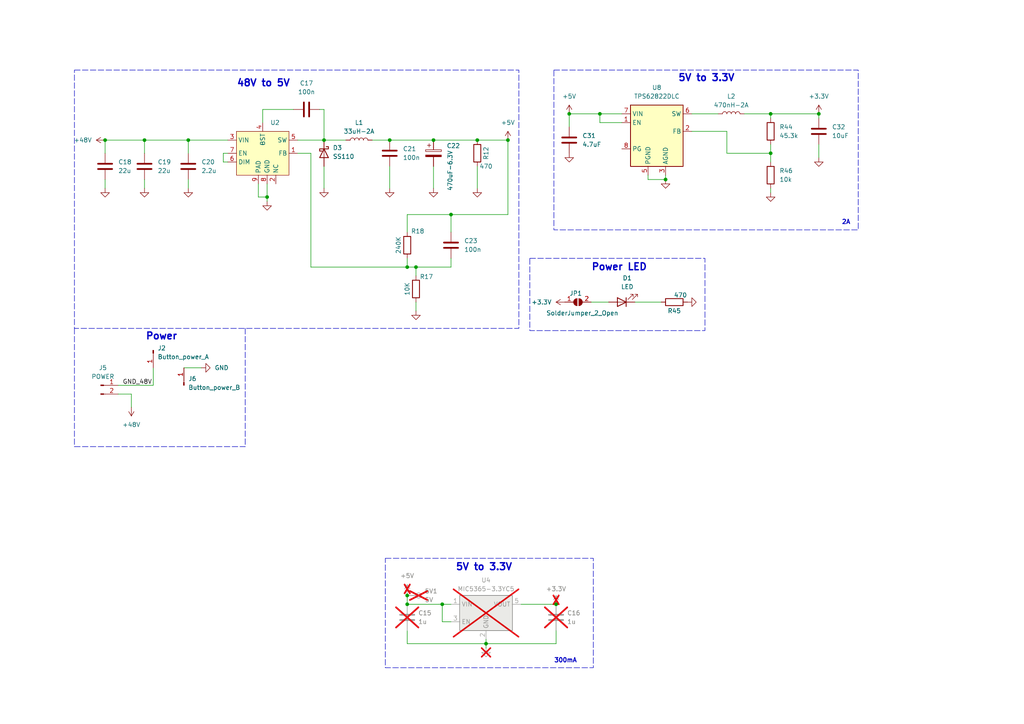
<source format=kicad_sch>
(kicad_sch (version 20231120) (generator "eeschema") (generator_version "8.0")
  (paper "A4")
  (lib_symbols
    (symbol "+3.3V_1" (power) (pin_numbers hide) (pin_names (offset 0) hide)
      (property "Value" "+3.3V" (at 0 3.556 0))
      (symbol "+3.3V_1_0_1"
        (polyline (pts (xy -0.762 1.27) (xy 0 2.54)))
        (polyline (pts (xy 0 0) (xy 0 2.54)))
        (polyline (pts (xy 0 2.54) (xy 0.762 1.27)))
      )
      (symbol "+3.3V_1_1_1"
        (pin power_in line (at 0 0 90) (length 0) (name "~") (number "1"))
      )
    )
    (symbol "+5V_1" (power) (pin_numbers hide) (pin_names (offset 0) hide)
      (property "Value" "+5V" (at 0 3.556 0))
      (symbol "+5V_1_0_1"
        (polyline (pts (xy -0.762 1.27) (xy 0 2.54)))
        (polyline (pts (xy 0 0) (xy 0 2.54)))
        (polyline (pts (xy 0 2.54) (xy 0.762 1.27)))
      )
      (symbol "+5V_1_1_1"
        (pin power_in line (at 0 0 90) (length 0) (name "~") (number "1"))
      )
    )
    (symbol "Connector:Conn_01x01_Pin" (pin_names (offset 1.016) hide)
      (property "Reference" "J" (at 0 2.54 0))
      (property "Value" "Conn_01x01_Pin" (at 0 -2.54 0))
      (symbol "Conn_01x01_Pin_1_1"
        (polyline (pts (xy 1.27 0) (xy 0.8636 0)) (stroke (width 0.1524)))
        (rectangle (start 0.8636 0.127) (end 0 -0.127) (stroke (width 0.1524)) (fill (type outline)))
        (pin passive line (at 5.08 0 180) (length 3.81) (name "Pin_1") (number "1"))
      )
    )
    (symbol "Connector:Conn_01x02_Pin" (pin_names (offset 1.016) hide)
      (property "Reference" "J" (at 0 2.54 0))
      (property "Value" "Conn_01x02_Pin" (at 0 -5.08 0))
      (symbol "Conn_01x02_Pin_1_1"
        (polyline (pts (xy 1.27 -2.54) (xy 0.8636 -2.54)) (stroke (width 0.1524)))
        (polyline (pts (xy 1.27 0) (xy 0.8636 0)) (stroke (width 0.1524)))
        (rectangle (start 0.8636 -2.413) (end 0 -2.667) (stroke (width 0.1524)) (fill (type outline)))
        (rectangle (start 0.8636 0.127) (end 0 -0.127) (stroke (width 0.1524)) (fill (type outline)))
        (pin passive line (at 5.08 0 180) (length 3.81) (name "Pin_1") (number "1"))
        (pin passive line (at 5.08 -2.54 180) (length 3.81) (name "Pin_2") (number "2"))
      )
    )
    (symbol "Connector:TestPoint" (pin_numbers hide) (pin_names (offset 0.762) hide)
      (property "Reference" "TP" (at 0 6.858 0))
      (property "Value" "TestPoint" (at 0 5.08 0))
      (symbol "TestPoint_0_1"
        (circle (center 0 3.302) (radius 0.762))
      )
      (symbol "TestPoint_1_1"
        (pin passive line (at 0 0 90) (length 2.54) (name "1") (number "1"))
      )
    )
    (symbol "Device:C" (pin_numbers hide) (pin_names (offset 0.254))
      (property "Reference" "C" (at 0.635 2.54 0))
      (property "Value" "C" (at 0.635 -2.54 0))
      (symbol "C_0_1"
        (polyline (pts (xy -2.032 -0.762) (xy 2.032 -0.762)) (stroke (width 0.508)))
        (polyline (pts (xy -2.032 0.762) (xy 2.032 0.762)) (stroke (width 0.508)))
      )
      (symbol "C_1_1"
        (pin passive line (at 0 3.81 270) (length 2.794) (name "~") (number "1"))
        (pin passive line (at 0 -3.81 90) (length 2.794) (name "~") (number "2"))
      )
    )
    (symbol "Device:C_Polarized" (pin_numbers hide) (pin_names (offset 0.254))
      (property "Reference" "C" (at 0.635 2.54 0))
      (property "Value" "C_Polarized" (at 0.635 -2.54 0))
      (symbol "C_Polarized_0_1"
        (rectangle (start -2.286 0.508) (end 2.286 1.016))
        (polyline (pts (xy -1.778 2.286) (xy -0.762 2.286)))
        (polyline (pts (xy -1.27 2.794) (xy -1.27 1.778)))
        (rectangle (start 2.286 -0.508) (end -2.286 -1.016) (fill (type outline)))
      )
      (symbol "C_Polarized_1_1"
        (pin passive line (at 0 3.81 270) (length 2.794) (name "~") (number "1"))
        (pin passive line (at 0 -3.81 90) (length 2.794) (name "~") (number "2"))
      )
    )
    (symbol "Device:D_Schottky" (pin_numbers hide) (pin_names (offset 1.016) hide)
      (property "Reference" "D" (at 0 2.54 0))
      (property "Value" "D_Schottky" (at 0 -2.54 0))
      (symbol "D_Schottky_0_1"
        (polyline (pts (xy 1.27 0) (xy -1.27 0)))
        (polyline (pts (xy 1.27 1.27) (xy 1.27 -1.27) (xy -1.27 0) (xy 1.27 1.27)) (stroke (width 0.254)))
        (polyline (pts (xy -1.905 0.635) (xy -1.905 1.27) (xy -1.27 1.27) (xy -1.27 -1.27) (xy -0.635 -1.27) (xy -0.635 -0.635)) (stroke (width 0.254)))
      )
      (symbol "D_Schottky_1_1"
        (pin passive line (at -3.81 0 0) (length 2.54) (name "K") (number "1"))
        (pin passive line (at 3.81 0 180) (length 2.54) (name "A") (number "2"))
      )
    )
    (symbol "Device:L" (pin_numbers hide) (pin_names (offset 1.016) hide)
      (property "Reference" "L" (at -1.27 0 90))
      (property "Value" "L" (at 1.905 0 90))
      (symbol "L_0_1"
        (arc (start 0 -2.54) (mid 0.6323 -1.905) (end 0 -1.27))
        (arc (start 0 -1.27) (mid 0.6323 -0.635) (end 0 0))
        (arc (start 0 0) (mid 0.6323 0.635) (end 0 1.27))
        (arc (start 0 1.27) (mid 0.6323 1.905) (end 0 2.54))
      )
      (symbol "L_1_1"
        (pin passive line (at 0 3.81 270) (length 1.27) (name "1") (number "1"))
        (pin passive line (at 0 -3.81 90) (length 1.27) (name "2") (number "2"))
      )
    )
    (symbol "Device:LED" (pin_numbers hide) (pin_names (offset 1.016) hide)
      (property "Reference" "D" (at 0 2.54 0))
      (property "Value" "LED" (at 0 -2.54 0))
      (symbol "LED_0_1"
        (polyline (pts (xy -1.27 -1.27) (xy -1.27 1.27)) (stroke (width 0.254)))
        (polyline (pts (xy -1.27 0) (xy 1.27 0)))
        (polyline (pts (xy 1.27 -1.27) (xy 1.27 1.27) (xy -1.27 0) (xy 1.27 -1.27)) (stroke (width 0.254)))
        (polyline (pts (xy -3.048 -0.762) (xy -4.572 -2.286) (xy -3.81 -2.286) (xy -4.572 -2.286) (xy -4.572 -1.524)))
        (polyline (pts (xy -1.778 -0.762) (xy -3.302 -2.286) (xy -2.54 -2.286) (xy -3.302 -2.286) (xy -3.302 -1.524)))
      )
      (symbol "LED_1_1"
        (pin passive line (at -3.81 0 0) (length 2.54) (name "K") (number "1"))
        (pin passive line (at 3.81 0 180) (length 2.54) (name "A") (number "2"))
      )
    )
    (symbol "Device:R" (pin_numbers hide) (pin_names (offset 0))
      (property "Reference" "R" (at 2.032 0 90))
      (property "Value" "R" (at 0 0 90))
      (symbol "R_0_1"
        (rectangle (start -1.016 -2.54) (end 1.016 2.54) (stroke (width 0.254)))
      )
      (symbol "R_1_1"
        (pin passive line (at 0 3.81 270) (length 1.27) (name "~") (number "1"))
        (pin passive line (at 0 -3.81 90) (length 1.27) (name "~") (number "2"))
      )
    )
    (symbol "GND_1" (power) (pin_numbers hide) (pin_names (offset 0) hide)
      (property "Value" "GND" (at 0 -3.81 0))
      (symbol "GND_1_0_1"
        (polyline (pts (xy 0 0) (xy 0 -1.27) (xy 1.27 -1.27) (xy 0 -2.54) (xy -1.27 -1.27) (xy 0 -1.27)))
      )
      (symbol "GND_1_1_1"
        (pin power_in line (at 0 0 270) (length 0) (name "~") (number "1"))
      )
    )
    (symbol "Jumper:SolderJumper_2_Open" (pin_names (offset 0) hide)
      (property "Reference" "JP" (at 0 2.032 0))
      (property "Value" "SolderJumper_2_Open" (at 0 -2.54 0))
      (symbol "SolderJumper_2_Open_0_1"
        (arc (start -0.254 1.016) (mid -1.2656 0) (end -0.254 -1.016))
        (arc (start -0.254 1.016) (mid -1.2656 0) (end -0.254 -1.016) (fill (type outline)))
        (polyline (pts (xy -0.254 1.016) (xy -0.254 -1.016)))
        (polyline (pts (xy 0.254 1.016) (xy 0.254 -1.016)))
        (arc (start 0.254 -1.016) (mid 1.2656 0) (end 0.254 1.016))
        (arc (start 0.254 -1.016) (mid 1.2656 0) (end 0.254 1.016) (fill (type outline)))
      )
      (symbol "SolderJumper_2_Open_1_1"
        (pin passive line (at -3.81 0 0) (length 2.54) (name "A") (number "1"))
        (pin passive line (at 3.81 0 180) (length 2.54) (name "B") (number "2"))
      )
    )
    (symbol "MP9486:MP9486AGN-Z"
      (property "Reference" "U" (at 6.35 6.35 0))
      (symbol "MP9486AGN-Z_1_1"
        (rectangle (start -7.62 3.81) (end 7.62 -8.89) (fill (type background)))
        (pin input line (at 10.16 -2.54 180) (length 2.54) (name "FB") (number "1"))
        (pin input line (at 3.81 -11.43 90) (length 2.54) (name "NC") (number "2"))
        (pin input line (at -10.16 1.27 0) (length 2.54) (name "VIN") (number "3"))
        (pin input line (at 0 6.35 270) (length 2.54) (name "BST") (number "4"))
        (pin input line (at 10.16 1.27 180) (length 2.54) (name "SW") (number "5"))
        (pin input line (at -10.16 -5.08 0) (length 2.54) (name "DIM") (number "6"))
        (pin input line (at -10.16 -2.54 0) (length 2.54) (name "EN") (number "7"))
        (pin input line (at 1.27 -11.43 90) (length 2.54) (name "GND") (number "8"))
        (pin input line (at -1.27 -11.43 90) (length 2.54) (name "PAD") (number "9"))
      )
    )
    (symbol "Regulator_Linear:MIC5365-3.3YC5"
      (property "Reference" "U" (at -6.35 6.35 0))
      (property "Value" "MIC5365-3.3YC5" (at 0 6.35 0))
      (symbol "MIC5365-3.3YC5_0_1"
        (rectangle (start -7.62 -5.08) (end 7.62 5.08) (stroke (width 0.254)) (fill (type background)))
      )
      (symbol "MIC5365-3.3YC5_1_1"
        (pin power_in line (at -10.16 2.54 0) (length 2.54) (name "VIN") (number "1"))
        (pin power_in line (at 0 -7.62 90) (length 2.54) (name "GND") (number "2"))
        (pin input line (at -10.16 -2.54 0) (length 2.54) (name "EN") (number "3"))
        (pin no_connect line (at 7.62 -2.54 180) (length 2.54) hide (name "NC") (number "4"))
        (pin power_out line (at 10.16 2.54 180) (length 2.54) (name "VOUT") (number "5"))
      )
    )
    (symbol "Regulator_Switching:TPS62822DLC"
      (property "Reference" "U" (at -7.62 11.43 0))
      (property "Value" "TPS62822DLC" (at -1.27 11.43 0))
      (symbol "TPS62822DLC_0_1"
        (rectangle (start -7.62 10.16) (end 7.62 -7.62) (stroke (width 0.254)) (fill (type background)))
      )
      (symbol "TPS62822DLC_1_1"
        (pin input line (at -10.16 5.08 0) (length 2.54) (name "EN") (number "1"))
        (pin input line (at 10.16 2.54 180) (length 2.54) (name "FB") (number "2"))
        (pin power_in line (at 2.54 -10.16 90) (length 2.54) (name "AGND") (number "3"))
        (pin no_connect line (at 7.62 5.08 180) (length 2.54) hide (name "NC") (number "4"))
        (pin power_in line (at -2.54 -10.16 90) (length 2.54) (name "PGND") (number "5"))
        (pin power_out line (at 10.16 7.62 180) (length 2.54) (name "SW") (number "6"))
        (pin power_in line (at -10.16 7.62 0) (length 2.54) (name "VIN") (number "7"))
        (pin open_collector line (at -10.16 -2.54 0) (length 2.54) (name "PG") (number "8"))
      )
    )
    (symbol "power:+3.3V" (power) (pin_names (offset 0))
      (property "Value" "+3.3V" (at 0 3.556 0))
      (symbol "+3.3V_0_1"
        (polyline (pts (xy -0.762 1.27) (xy 0 2.54)))
        (polyline (pts (xy 0 0) (xy 0 2.54)))
        (polyline (pts (xy 0 2.54) (xy 0.762 1.27)))
      )
      (symbol "+3.3V_1_1"
        (pin power_in line (at 0 0 90) (length 0) hide (name "+3.3V") (number "1"))
      )
    )
    (symbol "power:+48V" (power) (pin_numbers hide) (pin_names (offset 0) hide)
      (property "Value" "+48V" (at 0 3.556 0))
      (symbol "+48V_0_1"
        (polyline (pts (xy -0.762 1.27) (xy 0 2.54)))
        (polyline (pts (xy 0 0) (xy 0 2.54)))
        (polyline (pts (xy 0 2.54) (xy 0.762 1.27)))
      )
      (symbol "+48V_1_1"
        (pin power_in line (at 0 0 90) (length 0) (name "~") (number "1"))
      )
    )
    (symbol "power:+5V" (power) (pin_names (offset 0))
      (property "Value" "+5V" (at 0 3.556 0))
      (symbol "+5V_0_1"
        (polyline (pts (xy -0.762 1.27) (xy 0 2.54)))
        (polyline (pts (xy 0 0) (xy 0 2.54)))
        (polyline (pts (xy 0 2.54) (xy 0.762 1.27)))
      )
      (symbol "+5V_1_1"
        (pin power_in line (at 0 0 90) (length 0) hide (name "+5V") (number "1"))
      )
    )
    (symbol "power:GND" (power) (pin_names (offset 0))
      (property "Value" "GND" (at 0 -3.81 0))
      (symbol "GND_0_1"
        (polyline (pts (xy 0 0) (xy 0 -1.27) (xy 1.27 -1.27) (xy 0 -2.54) (xy -1.27 -1.27) (xy 0 -1.27)))
      )
      (symbol "GND_1_1"
        (pin power_in line (at 0 0 270) (length 0) hide (name "GND") (number "1"))
      )
    )
  )
  (junction (at 193.04 52.07))
  (junction (at 118.11 172.72))
  (junction (at 118.11 77.47))
  (junction (at 147.32 40.64))
  (junction (at 173.99 33.02))
  (junction (at 237.49 33.02))
  (junction (at 118.11 175.26))
  (junction (at 113.03 40.64))
  (junction (at 30.48 40.64))
  (junction (at 140.97 186.69))
  (junction (at 165.1 33.02))
  (junction (at 130.81 62.23))
  (junction (at 77.47 57.15))
  (junction (at 128.27 175.26))
  (junction (at 125.73 40.64))
  (junction (at 41.91 40.64))
  (junction (at 138.43 40.64))
  (junction (at 120.65 77.47))
  (junction (at 223.52 33.02))
  (junction (at 161.29 175.26))
  (junction (at 93.98 40.64))
  (junction (at 54.61 40.64))
  (junction (at 223.52 44.45))
  (wire (pts (xy 237.49 34.29) (xy 237.49 33.02)))
  (wire (pts (xy 118.11 172.085) (xy 118.11 172.72)))
  (wire (pts (xy 118.11 67.31) (xy 118.11 62.23)))
  (wire (pts (xy 200.66 38.1) (xy 210.82 38.1)))
  (wire (pts (xy 215.9 33.02) (xy 223.52 33.02)))
  (wire (pts (xy 128.27 175.26) (xy 130.81 175.26)))
  (polyline (pts (xy 21.59 95.25) (xy 21.59 129.54)) (stroke (width 0) (type dash)))
  (wire (pts (xy 130.81 62.23) (xy 147.32 62.23)))
  (wire (pts (xy 118.11 62.23) (xy 130.81 62.23)))
  (wire (pts (xy 113.03 48.26) (xy 113.03 54.61)))
  (wire (pts (xy 54.61 44.45) (xy 54.61 40.64)))
  (wire (pts (xy 173.99 35.56) (xy 173.99 33.02)))
  (wire (pts (xy 187.96 52.07) (xy 193.04 52.07)))
  (wire (pts (xy 76.2 31.75) (xy 85.09 31.75)))
  (wire (pts (xy 161.29 186.69) (xy 140.97 186.69)))
  (wire (pts (xy 90.17 44.45) (xy 86.36 44.45)))
  (wire (pts (xy 38.1 118.11) (xy 38.1 114.3)))
  (wire (pts (xy 66.04 44.45) (xy 64.77 44.45)))
  (wire (pts (xy 54.61 40.64) (xy 66.04 40.64)))
  (wire (pts (xy 120.65 77.47) (xy 120.65 80.01)))
  (wire (pts (xy 120.65 77.47) (xy 130.81 77.47)))
  (wire (pts (xy 237.49 33.02) (xy 223.52 33.02)))
  (polyline (pts (xy 71.12 95.25) (xy 71.12 129.54)) (stroke (width 0) (type dash)))
  (wire (pts (xy 118.11 74.93) (xy 118.11 77.47)))
  (wire (pts (xy 30.48 44.45) (xy 30.48 40.64)))
  (wire (pts (xy 184.15 87.63) (xy 191.77 87.63)))
  (wire (pts (xy 118.11 182.88) (xy 118.11 186.69)))
  (wire (pts (xy 53.34 106.68) (xy 58.42 106.68)))
  (wire (pts (xy 93.98 31.75) (xy 92.71 31.75)))
  (wire (pts (xy 41.91 44.45) (xy 41.91 40.64)))
  (wire (pts (xy 38.1 114.3) (xy 34.29 114.3)))
  (wire (pts (xy 118.11 186.69) (xy 140.97 186.69)))
  (wire (pts (xy 200.66 33.02) (xy 208.28 33.02)))
  (wire (pts (xy 223.52 44.45) (xy 223.52 46.99)))
  (wire (pts (xy 34.29 111.76) (xy 44.45 111.76)))
  (wire (pts (xy 210.82 44.45) (xy 223.52 44.45)))
  (wire (pts (xy 223.52 54.61) (xy 223.52 55.88)))
  (wire (pts (xy 161.29 175.26) (xy 151.13 175.26)))
  (wire (pts (xy 77.47 53.34) (xy 77.47 57.15)))
  (wire (pts (xy 30.48 52.07) (xy 30.48 54.61)))
  (wire (pts (xy 210.82 38.1) (xy 210.82 44.45)))
  (wire (pts (xy 107.95 40.64) (xy 113.03 40.64)))
  (wire (pts (xy 138.43 48.26) (xy 138.43 54.61)))
  (wire (pts (xy 93.98 31.75) (xy 93.98 40.64)))
  (wire (pts (xy 130.81 180.34) (xy 128.27 180.34)))
  (wire (pts (xy 64.77 44.45) (xy 64.77 46.99)))
  (wire (pts (xy 130.81 62.23) (xy 130.81 67.31)))
  (wire (pts (xy 30.48 40.64) (xy 41.91 40.64)))
  (wire (pts (xy 120.65 87.63) (xy 120.65 90.17)))
  (wire (pts (xy 128.27 175.26) (xy 128.27 180.34)))
  (wire (pts (xy 118.11 77.47) (xy 120.65 77.47)))
  (wire (pts (xy 165.1 33.02) (xy 165.1 36.83)))
  (wire (pts (xy 74.93 57.15) (xy 77.47 57.15)))
  (wire (pts (xy 176.53 87.63) (xy 171.45 87.63)))
  (wire (pts (xy 193.04 50.8) (xy 193.04 52.07)))
  (wire (pts (xy 140.97 186.69) (xy 140.97 187.96)))
  (wire (pts (xy 64.77 46.99) (xy 66.04 46.99)))
  (wire (pts (xy 113.03 40.64) (xy 125.73 40.64)))
  (wire (pts (xy 86.36 40.64) (xy 93.98 40.64)))
  (wire (pts (xy 54.61 52.07) (xy 54.61 54.61)))
  (polyline (pts (xy 21.59 129.54) (xy 71.12 129.54)) (stroke (width 0) (type dash)))
  (wire (pts (xy 161.29 182.88) (xy 161.29 186.69)))
  (wire (pts (xy 76.2 35.56) (xy 76.2 31.75)))
  (wire (pts (xy 118.11 175.26) (xy 128.27 175.26)))
  (wire (pts (xy 74.93 53.34) (xy 74.93 57.15)))
  (wire (pts (xy 140.97 185.42) (xy 140.97 186.69)))
  (wire (pts (xy 41.91 52.07) (xy 41.91 54.61)))
  (wire (pts (xy 125.73 48.26) (xy 125.73 54.61)))
  (wire (pts (xy 165.1 33.02) (xy 173.99 33.02)))
  (wire (pts (xy 118.11 172.72) (xy 118.11 175.26)))
  (wire (pts (xy 237.49 41.91) (xy 237.49 45.72)))
  (wire (pts (xy 138.43 40.64) (xy 147.32 40.64)))
  (wire (pts (xy 77.47 57.15) (xy 77.47 58.42)))
  (wire (pts (xy 173.99 33.02) (xy 180.34 33.02)))
  (wire (pts (xy 223.52 34.29) (xy 223.52 33.02)))
  (wire (pts (xy 90.17 44.45) (xy 90.17 77.47)))
  (wire (pts (xy 125.73 40.64) (xy 138.43 40.64)))
  (wire (pts (xy 41.91 40.64) (xy 54.61 40.64)))
  (wire (pts (xy 90.17 77.47) (xy 118.11 77.47)))
  (wire (pts (xy 147.32 40.64) (xy 147.32 62.23)))
  (wire (pts (xy 223.52 41.91) (xy 223.52 44.45)))
  (wire (pts (xy 180.34 35.56) (xy 173.99 35.56)))
  (wire (pts (xy 93.98 48.26) (xy 93.98 54.61)))
  (wire (pts (xy 44.45 111.76) (xy 44.45 106.68)))
  (wire (pts (xy 130.81 77.47) (xy 130.81 74.93)))
  (wire (pts (xy 187.96 50.8) (xy 187.96 52.07)))
  (wire (pts (xy 93.98 40.64) (xy 100.33 40.64)))
  (rectangle (start 111.76 161.925) (end 172.085 193.675) (stroke (width 0) (type dash)))
  (rectangle (start 160.655 20.32) (end 248.92 66.675) (stroke (width 0) (type dash)))
  (rectangle (start 153.67 74.93) (end 204.47 95.885) (stroke (width 0) (type dash)))
  (rectangle (start 21.59 20.32) (end 150.495 95.25) (stroke (width 0) (type dash)))
  (text "2A" (at 244.094 65.278 0) (effects (font (size 1.27 1.27) (bold yes)) (justify left bottom)))
  (text "Power LED" (at 171.45 78.74 0) (effects (font (size 2 2) (thickness 0.4) (bold yes)) (justify left bottom)))
  (text "48V to 5V" (at 68.58 25.4 0) (effects (font (size 2 2) (bold yes)) (justify left bottom)))
  (text "5V to 3.3V" (at 132.08 165.735 0) (effects (font (size 2 2) (bold yes)) (justify left bottom)))
  (text "300mA" (at 160.655 192.405 0) (effects (font (size 1.27 1.27) (bold yes)) (justify left bottom)))
  (text "5V to 3.3V" (at 196.596 23.876 0) (effects (font (size 2 2) (bold yes)) (justify left bottom)))
  (text "Power" (at 42.164 98.806 0) (effects (font (size 2 2) (thickness 0.4) (bold yes)) (justify left bottom)))
  (label "GND_48V" (at 35.56 111.76 0))
  (symbol (lib_id "power:GND") (at 77.47 58.42 0) (unit 1)
    (property "Reference" "#PWR030" (effects (hide yes)))
    (property "Value" "GND" (effects (hide yes)))
  )
  (symbol (lib_id "Device:C") (at 161.29 179.07 180) (unit 1) (exclude_from_sim yes) (in_bom no) (on_board no) (dnp yes)
    (property "Reference" "C16" (at 164.465 177.8 0) (effects (justify right)))
    (property "Value" "1u" (at 164.465 180.34 0) (effects (justify right)))
    (property "Footprint" "Capacitor_SMD:C_0603_1608Metric" (effects (hide yes)))
    (property "LCSC" "C15849" (effects (hide yes)))
  )
  (symbol (lib_id "Connector:Conn_01x01_Pin") (at 53.34 111.76 90) (unit 1)
    (property "Reference" "J6" (at 54.61 109.8549 90) (effects (justify right)))
    (property "Value" "Button_power_B" (at 54.61 112.3949 90) (effects (justify right)))
    (property "Footprint" "Connector_Pin:Pin_D1.3mm_L11.3mm_W2.8mm_Flat" (effects (hide yes)))
    (property "Description" "Generic connector, single row, 01x01, script generated" (effects (hide yes)))
  )
  (symbol (lib_id "Device:C_Polarized") (at 125.73 44.45 0) (unit 1)
    (property "Reference" "C22" (at 129.54 42.2909 0) (effects (justify left)))
    (property "Value" "470uF-6.3V" (at 130.556 55.372 90) (effects (justify left)))
    (property "Footprint" "Capacitor_SMD:CP_Elec_6.3x7.7" (effects (hide yes)))
    (property "Description" "Polarized capacitor" (effects (hide yes)))
    (property "LCSC" "C114446" (effects (hide yes)))
  )
  (symbol (lib_id "Device:C") (at 130.81 71.12 0) (unit 1)
    (property "Reference" "C23" (at 134.62 69.85 0) (effects (justify left)))
    (property "Value" "100n" (at 134.62 72.39 0) (effects (justify left)))
    (property "Footprint" "Capacitor_SMD:C_0603_1608Metric" (effects (hide yes)))
    (property "LCSC" "C14663" (effects (hide yes)))
  )
  (symbol (lib_id "power:GND") (at 193.04 52.07 0) (unit 1)
    (property "Reference" "#PWR091" (effects (hide yes)))
    (property "Value" "GND" (effects (hide yes)))
  )
  (symbol (lib_id "power:GND") (at 140.97 187.96 0) (unit 1) (exclude_from_sim yes) (in_bom no) (on_board no) (dnp yes)
    (property "Reference" "#PWR024" (effects (hide yes)))
    (property "Value" "GND" (effects (hide yes)))
  )
  (symbol (lib_id "Regulator_Switching:TPS62822DLC") (at 190.5 40.64 0) (unit 1)
    (property "Reference" "U8" (at 190.5 25.4 0))
    (property "Value" "TPS62822DLC" (at 190.5 27.94 0))
    (property "Footprint" "Package_SON:Texas_VSON-HR-8_1.5x2mm_P0.5mm" (effects (hide yes)))
    (property "Datasheet" "http://www.ti.com/lit/ds/symlink/tps62823.pdf" (effects (hide yes)))
    (property "Description" "2A Step-Down Converter with DCS-Control, adjustable output, 2.4-5.5V input voltage, QFN-8" (effects (hide yes)))
    (property "LCSC" "C473385" (effects (hide yes)))
  )
  (symbol (lib_id "power:GND") (at 199.39 87.63 90) (unit 1)
    (property "Reference" "#PWR022" (effects (hide yes)))
    (property "Value" "GND" (effects (hide yes)))
  )
  (symbol (lib_id "Device:D_Schottky") (at 93.98 44.45 270) (unit 1)
    (property "Reference" "D3" (at 96.52 42.8624 90) (effects (justify left)))
    (property "Value" "SS110" (at 96.52 45.4024 90) (effects (justify left)))
    (property "Footprint" "Diode_SMD:D_SMA" (effects (hide yes)))
    (property "Description" "Schottky diode" (effects (hide yes)))
    (property "LCSC" "C2482" (effects (hide yes)))
  )
  (symbol (lib_id "power:+3.3V") (at 163.83 87.63 90) (unit 1)
    (property "Reference" "#PWR021" (effects (hide yes)))
    (property "Value" "+3.3V" (at 160.02 87.63 90) (effects (justify left)))
  )
  (symbol (lib_id "power:GND") (at 237.49 45.72 0) (unit 1)
    (property "Reference" "#PWR096" (effects (hide yes)))
    (property "Value" "GND" (effects (hide yes)))
  )
  (symbol (lib_id "power:GND") (at 54.61 54.61 0) (unit 1)
    (property "Reference" "#PWR029" (effects (hide yes)))
    (property "Value" "GND" (effects (hide yes)))
  )
  (symbol (lib_name "GND_1") (lib_id "power:GND") (at 58.42 106.68 90) (unit 1)
    (property "Reference" "#PWR085" (effects (hide yes)))
    (property "Value" "GND" (at 62.23 106.6799 90) (effects (justify right)))
    (property "Description" "Power symbol creates a global label with name \"GND\" , ground" (effects (hide yes)))
  )
  (symbol (lib_name "+5V_1") (lib_id "power:+5V") (at 165.1 33.02 0) (unit 1)
    (property "Reference" "#PWR093" (effects (hide yes)))
    (property "Value" "+5V" (at 165.1 27.94 0))
    (property "Description" "Power symbol creates a global label with name \"+5V\"" (effects (hide yes)))
  )
  (symbol (lib_id "Device:C") (at 113.03 44.45 0) (unit 1)
    (property "Reference" "C21" (at 116.84 43.18 0) (effects (justify left)))
    (property "Value" "100n" (at 116.84 45.72 0) (effects (justify left)))
    (property "Footprint" "Capacitor_SMD:C_0603_1608Metric" (effects (hide yes)))
    (property "LCSC" "C14663" (effects (hide yes)))
  )
  (symbol (lib_id "power:GND") (at 41.91 54.61 0) (unit 1)
    (property "Reference" "#PWR028" (effects (hide yes)))
    (property "Value" "GND" (effects (hide yes)))
  )
  (symbol (lib_id "power:GND") (at 223.52 55.88 0) (unit 1)
    (property "Reference" "#PWR092" (effects (hide yes)))
    (property "Value" "GND" (effects (hide yes)))
  )
  (symbol (lib_id "Device:C") (at 54.61 48.26 0) (unit 1)
    (property "Reference" "C20" (at 58.42 46.9899 0) (effects (justify left)))
    (property "Value" "2.2u" (at 58.42 49.5299 0) (effects (justify left)))
    (property "Footprint" "Capacitor_SMD:C_0805_2012Metric" (effects (hide yes)))
    (property "Description" "Unpolarized capacitor" (effects (hide yes)))
    (property "LCSC" "C513763" (effects (hide yes)))
  )
  (symbol (lib_id "Device:C") (at 118.11 179.07 180) (unit 1) (exclude_from_sim yes) (in_bom no) (on_board no) (dnp yes)
    (property "Reference" "C15" (at 121.285 177.8 0) (effects (justify right)))
    (property "Value" "1u" (at 121.285 180.34 0) (effects (justify right)))
    (property "Footprint" "Capacitor_SMD:C_0603_1608Metric" (effects (hide yes)))
    (property "LCSC" "C15849" (effects (hide yes)))
  )
  (symbol (lib_id "Device:L") (at 212.09 33.02 90) (unit 1)
    (property "Reference" "L2" (at 212.09 27.94 90))
    (property "Value" "470nH-2A" (at 212.09 30.48 90))
    (property "Footprint" "Inductor_SMD:L_1008_2520Metric" (effects (hide yes)))
    (property "Description" "Inductor" (effects (hide yes)))
    (property "LCSC" "C964119" (effects (hide yes)))
  )
  (symbol (lib_id "MP9486:MP9486AGN-Z") (at 76.2 41.91 0) (unit 1)
    (property "Reference" "U2" (at 78.3941 35.56 0) (effects (justify left)))
    (property "Value" "~" (at 76.2 41.91 0))
    (property "Footprint" "Package_SO:SOIC-8-1EP_3.9x4.9mm_P1.27mm_EP2.29x3mm" (effects (hide yes)))
  )
  (symbol (lib_name "+5V_1") (lib_id "power:+5V") (at 147.32 40.64 0) (unit 1)
    (property "Reference" "#PWR036" (effects (hide yes)))
    (property "Value" "+5V" (at 147.32 35.56 0))
    (property "Description" "Power symbol creates a global label with name \"+5V\"" (effects (hide yes)))
  )
  (symbol (lib_id "Device:C") (at 88.9 31.75 90) (unit 1)
    (property "Reference" "C17" (at 88.9 24.13 90))
    (property "Value" "100n" (at 88.9 26.67 90))
    (property "Footprint" "Capacitor_SMD:C_0603_1608Metric" (effects (hide yes)))
    (property "LCSC" "C14663" (effects (hide yes)))
  )
  (symbol (lib_id "power:GND") (at 165.1 44.45 0) (unit 1)
    (property "Reference" "#PWR094" (effects (hide yes)))
    (property "Value" "GND" (effects (hide yes)))
  )
  (symbol (lib_id "Device:LED") (at 180.34 87.63 180) (unit 1)
    (property "Reference" "D1" (at 181.9275 80.645 0))
    (property "Value" "LED" (at 181.9275 83.185 0))
    (property "Footprint" "LED_SMD:LED_0603_1608Metric" (effects (hide yes)))
    (property "LCSC" "C84266" (effects (hide yes)))
  )
  (symbol (lib_id "Device:C") (at 165.1 40.64 0) (unit 1)
    (property "Reference" "C31" (at 168.91 39.3699 0) (effects (justify left)))
    (property "Value" "4.7uF" (at 168.91 41.9099 0) (effects (justify left)))
    (property "Footprint" "Capacitor_SMD:C_0603_1608Metric" (effects (hide yes)))
    (property "Description" "Unpolarized capacitor" (effects (hide yes)))
    (property "LCSC" "C1705" (effects (hide yes)))
  )
  (symbol (lib_id "power:GND") (at 30.48 54.61 0) (unit 1)
    (property "Reference" "#PWR027" (effects (hide yes)))
    (property "Value" "GND" (effects (hide yes)))
  )
  (symbol (lib_id "Device:R") (at 118.11 71.12 180) (unit 1)
    (property "Reference" "R18" (at 121.158 67.056 0))
    (property "Value" "240K" (at 115.57 71.12 90))
    (property "Footprint" "Resistor_SMD:R_0603_1608Metric" (effects (hide yes)))
    (property "LCSC" "C4197" (effects (hide yes)))
  )
  (symbol (lib_id "Device:C") (at 41.91 48.26 0) (unit 1)
    (property "Reference" "C19" (at 45.72 46.9899 0) (effects (justify left)))
    (property "Value" "22u" (at 45.72 49.5299 0) (effects (justify left)))
    (property "Footprint" "Capacitor_SMD:C_2220_5750Metric" (effects (hide yes)))
    (property "Description" "Unpolarized capacitor" (effects (hide yes)))
    (property "LCSC" "C784103" (effects (hide yes)))
  )
  (symbol (lib_id "power:GND") (at 138.43 54.61 0) (unit 1)
    (property "Reference" "#PWR034" (effects (hide yes)))
    (property "Value" "GND" (effects (hide yes)))
  )
  (symbol (lib_id "power:+3.3V") (at 161.29 175.26 0) (unit 1) (exclude_from_sim yes) (in_bom no) (on_board no) (dnp yes)
    (property "Reference" "#PWR025" (effects (hide yes)))
    (property "Value" "+3.3V" (at 161.29 170.815 0))
  )
  (symbol (lib_id "power:GND") (at 113.03 54.61 0) (unit 1)
    (property "Reference" "#PWR032" (effects (hide yes)))
    (property "Value" "GND" (effects (hide yes)))
  )
  (symbol (lib_id "Device:R") (at 195.58 87.63 270) (unit 1)
    (property "Reference" "R45" (at 195.58 90.17 90))
    (property "Value" "470" (at 197.358 85.598 90))
    (property "Footprint" "Resistor_SMD:R_0603_1608Metric" (effects (hide yes)))
    (property "LCSC" "C23179" (effects (hide yes)))
  )
  (symbol (lib_id "power:+48V") (at 38.1 118.11 180) (unit 1)
    (property "Reference" "#PWR086" (effects (hide yes)))
    (property "Value" "+48V" (at 38.1 123.19 0))
    (property "Description" "Power symbol creates a global label with name \"+48V\"" (effects (hide yes)))
  )
  (symbol (lib_id "Connector:TestPoint") (at 118.11 172.72 270) (unit 1) (exclude_from_sim yes) (in_bom no) (on_board no) (dnp yes)
    (property "Reference" "5V1" (at 123.19 171.45 90) (effects (justify left)))
    (property "Value" "5V" (at 123.19 173.99 90) (effects (justify left)))
    (property "Footprint" "TestPoint:TestPoint_Pad_D1.5mm" (effects (hide yes)))
  )
  (symbol (lib_id "Device:L") (at 104.14 40.64 90) (unit 1)
    (property "Reference" "L1" (at 104.14 35.56 90))
    (property "Value" "33uH-2A" (at 104.14 38.1 90))
    (property "Footprint" "Inductor_SMD:L_Sunlord_MWSA0603S" (effects (hide yes)))
    (property "Description" "Inductor" (effects (hide yes)))
    (property "LCSC" "C408454" (effects (hide yes)))
  )
  (symbol (lib_id "Connector:Conn_01x02_Pin") (at 29.21 111.76 0) (unit 1)
    (property "Reference" "J5" (at 29.845 106.68 0))
    (property "Value" "POWER" (at 29.845 109.22 0))
    (property "Footprint" "Connector_AMASS:AMASS_XT60-M_1x02_P7.20mm_Vertical" (effects (hide yes)))
    (property "Description" "Generic connector, single row, 01x02, script generated" (effects (hide yes)))
  )
  (symbol (lib_id "Device:C") (at 237.49 38.1 0) (unit 1)
    (property "Reference" "C32" (at 241.3 36.8299 0) (effects (justify left)))
    (property "Value" "10uF" (at 241.3 39.3699 0) (effects (justify left)))
    (property "Footprint" "Capacitor_SMD:C_0603_1608Metric" (effects (hide yes)))
    (property "Description" "Unpolarized capacitor" (effects (hide yes)))
    (property "LCSC" "C19702" (effects (hide yes)))
  )
  (symbol (lib_id "Device:R") (at 138.43 44.45 0) (unit 1)
    (property "Reference" "R12" (at 140.97 44.45 90))
    (property "Value" "470" (at 140.97 48.26 0))
    (property "Footprint" "Resistor_SMD:R_0603_1608Metric" (effects (hide yes)))
    (property "LCSC" "C23179" (effects (hide yes)))
  )
  (symbol (lib_id "power:GND") (at 120.65 90.17 0) (unit 1)
    (property "Reference" "#PWR035" (effects (hide yes)))
    (property "Value" "GND" (effects (hide yes)))
  )
  (symbol (lib_id "power:GND") (at 125.73 54.61 0) (unit 1)
    (property "Reference" "#PWR033" (effects (hide yes)))
    (property "Value" "GND" (effects (hide yes)))
  )
  (symbol (lib_id "Device:C") (at 30.48 48.26 0) (unit 1)
    (property "Reference" "C18" (at 34.29 46.9899 0) (effects (justify left)))
    (property "Value" "22u" (at 34.29 49.5299 0) (effects (justify left)))
    (property "Footprint" "Capacitor_SMD:C_2220_5750Metric" (effects (hide yes)))
    (property "Description" "Unpolarized capacitor" (effects (hide yes)))
    (property "LCSC" "C784103" (effects (hide yes)))
  )
  (symbol (lib_id "Regulator_Linear:MIC5365-3.3YC5") (at 140.97 177.8 0) (unit 1) (exclude_from_sim yes) (in_bom no) (on_board no) (dnp yes)
    (property "Reference" "U4" (at 140.97 168.275 0))
    (property "Value" "MIC5365-3.3YC5" (at 140.97 170.815 0))
    (property "Footprint" "Package_TO_SOT_SMD:SOT-353_SC-70-5" (effects (hide yes)))
    (property "Datasheet" "http://ww1.microchip.com/downloads/en/DeviceDoc/mic5365.pdf" (effects (hide yes)))
    (property "LCSC" "C3021118" (effects (hide yes)))
  )
  (symbol (lib_id "power:+5V") (at 118.11 172.085 0) (unit 1) (exclude_from_sim yes) (in_bom no) (on_board no) (dnp yes)
    (property "Reference" "#PWR023" (effects (hide yes)))
    (property "Value" "+5V" (at 118.11 167.005 0))
  )
  (symbol (lib_id "Device:R") (at 223.52 38.1 0) (unit 1)
    (property "Reference" "R44" (at 226.06 36.8299 0) (effects (justify left)))
    (property "Value" "45.3k" (at 226.06 39.3699 0) (effects (justify left)))
    (property "Footprint" "Resistor_SMD:R_0603_1608Metric" (effects (hide yes)))
    (property "Description" "Resistor" (effects (hide yes)))
    (property "LCSC" "C23058" (effects (hide yes)))
  )
  (symbol (lib_id "power:+48V") (at 30.48 40.64 90) (unit 1)
    (property "Reference" "#PWR084" (effects (hide yes)))
    (property "Value" "+48V" (at 26.67 40.6399 90) (effects (justify left)))
    (property "Description" "Power symbol creates a global label with name \"+48V\"" (effects (hide yes)))
  )
  (symbol (lib_id "Device:R") (at 223.52 50.8 0) (unit 1)
    (property "Reference" "R46" (at 226.06 49.5299 0) (effects (justify left)))
    (property "Value" "10k" (at 226.06 52.0699 0) (effects (justify left)))
    (property "Footprint" "Resistor_SMD:R_0603_1608Metric" (effects (hide yes)))
    (property "Description" "Resistor" (effects (hide yes)))
    (property "LCSC" "C25804" (effects (hide yes)))
  )
  (symbol (lib_id "power:GND") (at 93.98 54.61 0) (unit 1)
    (property "Reference" "#PWR031" (effects (hide yes)))
    (property "Value" "GND" (effects (hide yes)))
  )
  (symbol (lib_id "Device:R") (at 120.65 83.82 180) (unit 1)
    (property "Reference" "R17" (at 123.698 80.264 0))
    (property "Value" "10K" (at 118.11 83.82 90))
    (property "Footprint" "Resistor_SMD:R_0603_1608Metric" (effects (hide yes)))
    (property "LCSC" "C25804" (effects (hide yes)))
  )
  (symbol (lib_id "Jumper:SolderJumper_2_Open") (at 167.64 87.63 0) (unit 1)
    (property "Reference" "JP1" (at 167.005 85.09 0))
    (property "Value" "SolderJumper_2_Open" (at 168.91 90.805 0))
    (property "Footprint" "Jumper:SolderJumper-2_P1.3mm_Open_TrianglePad1.0x1.5mm" (effects (hide yes)))
  )
  (symbol (lib_name "+3.3V_1") (lib_id "power:+3.3V") (at 237.49 33.02 0) (unit 1)
    (property "Reference" "#PWR095" (effects (hide yes)))
    (property "Value" "+3.3V" (at 237.49 27.94 0))
    (property "Description" "Power symbol creates a global label with name \"+3.3V\"" (effects (hide yes)))
  )
  (symbol (lib_id "Connector:Conn_01x01_Pin") (at 44.45 101.6 270) (unit 1)
    (property "Reference" "J2" (at 45.72 100.9649 90) (effects (justify left)))
    (property "Value" "Button_power_A" (at 45.72 103.5049 90) (effects (justify left)))
    (property "Footprint" "Connector_Pin:Pin_D1.3mm_L11.3mm_W2.8mm_Flat" (effects (hide yes)))
    (property "Description" "Generic connector, single row, 01x01, script generated" (effects (hide yes)))
  )
)
</source>
